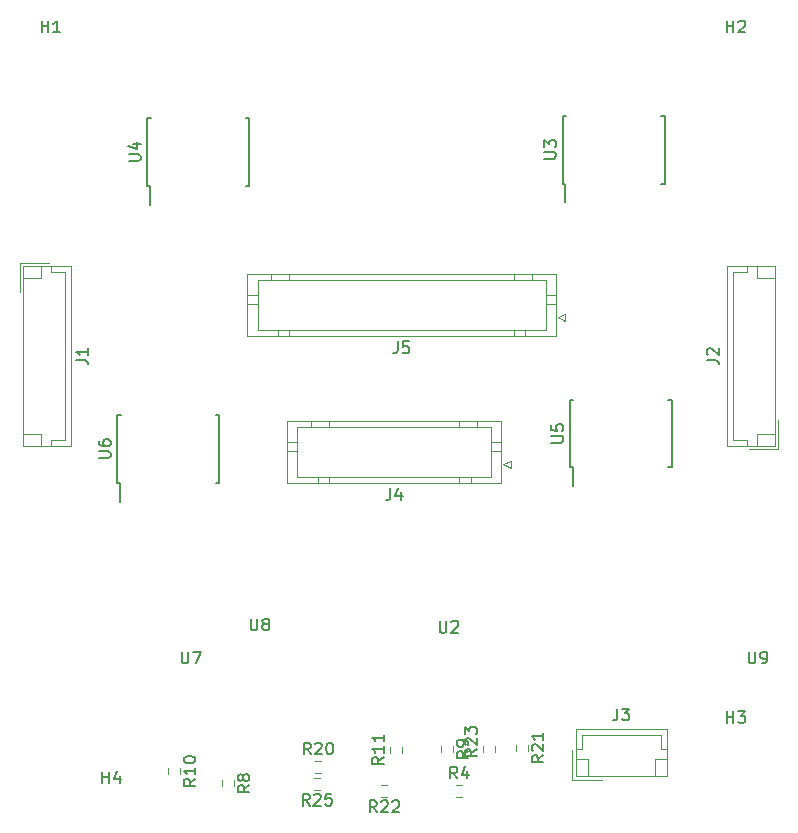
<source format=gbr>
%TF.GenerationSoftware,KiCad,Pcbnew,(7.0.0)*%
%TF.CreationDate,2024-02-29T14:00:03-03:00*%
%TF.ProjectId,pcb_peau_v1,7063625f-7065-4617-955f-76312e6b6963,rev?*%
%TF.SameCoordinates,Original*%
%TF.FileFunction,Legend,Top*%
%TF.FilePolarity,Positive*%
%FSLAX46Y46*%
G04 Gerber Fmt 4.6, Leading zero omitted, Abs format (unit mm)*
G04 Created by KiCad (PCBNEW (7.0.0)) date 2024-02-29 14:00:03*
%MOMM*%
%LPD*%
G01*
G04 APERTURE LIST*
%ADD10C,0.150000*%
%ADD11C,0.120000*%
G04 APERTURE END LIST*
D10*
%TO.C,J3*%
X226000666Y-106803380D02*
X226000666Y-107517666D01*
X226000666Y-107517666D02*
X225953047Y-107660523D01*
X225953047Y-107660523D02*
X225857809Y-107755761D01*
X225857809Y-107755761D02*
X225714952Y-107803380D01*
X225714952Y-107803380D02*
X225619714Y-107803380D01*
X226381619Y-106803380D02*
X227000666Y-106803380D01*
X227000666Y-106803380D02*
X226667333Y-107184333D01*
X226667333Y-107184333D02*
X226810190Y-107184333D01*
X226810190Y-107184333D02*
X226905428Y-107231952D01*
X226905428Y-107231952D02*
X226953047Y-107279571D01*
X226953047Y-107279571D02*
X227000666Y-107374809D01*
X227000666Y-107374809D02*
X227000666Y-107612904D01*
X227000666Y-107612904D02*
X226953047Y-107708142D01*
X226953047Y-107708142D02*
X226905428Y-107755761D01*
X226905428Y-107755761D02*
X226810190Y-107803380D01*
X226810190Y-107803380D02*
X226524476Y-107803380D01*
X226524476Y-107803380D02*
X226429238Y-107755761D01*
X226429238Y-107755761D02*
X226381619Y-107708142D01*
%TO.C,U5*%
X220412380Y-84283904D02*
X221221904Y-84283904D01*
X221221904Y-84283904D02*
X221317142Y-84236285D01*
X221317142Y-84236285D02*
X221364761Y-84188666D01*
X221364761Y-84188666D02*
X221412380Y-84093428D01*
X221412380Y-84093428D02*
X221412380Y-83902952D01*
X221412380Y-83902952D02*
X221364761Y-83807714D01*
X221364761Y-83807714D02*
X221317142Y-83760095D01*
X221317142Y-83760095D02*
X221221904Y-83712476D01*
X221221904Y-83712476D02*
X220412380Y-83712476D01*
X220412380Y-82760095D02*
X220412380Y-83236285D01*
X220412380Y-83236285D02*
X220888571Y-83283904D01*
X220888571Y-83283904D02*
X220840952Y-83236285D01*
X220840952Y-83236285D02*
X220793333Y-83141047D01*
X220793333Y-83141047D02*
X220793333Y-82902952D01*
X220793333Y-82902952D02*
X220840952Y-82807714D01*
X220840952Y-82807714D02*
X220888571Y-82760095D01*
X220888571Y-82760095D02*
X220983809Y-82712476D01*
X220983809Y-82712476D02*
X221221904Y-82712476D01*
X221221904Y-82712476D02*
X221317142Y-82760095D01*
X221317142Y-82760095D02*
X221364761Y-82807714D01*
X221364761Y-82807714D02*
X221412380Y-82902952D01*
X221412380Y-82902952D02*
X221412380Y-83141047D01*
X221412380Y-83141047D02*
X221364761Y-83236285D01*
X221364761Y-83236285D02*
X221317142Y-83283904D01*
%TO.C,U6*%
X182077380Y-85597904D02*
X182886904Y-85597904D01*
X182886904Y-85597904D02*
X182982142Y-85550285D01*
X182982142Y-85550285D02*
X183029761Y-85502666D01*
X183029761Y-85502666D02*
X183077380Y-85407428D01*
X183077380Y-85407428D02*
X183077380Y-85216952D01*
X183077380Y-85216952D02*
X183029761Y-85121714D01*
X183029761Y-85121714D02*
X182982142Y-85074095D01*
X182982142Y-85074095D02*
X182886904Y-85026476D01*
X182886904Y-85026476D02*
X182077380Y-85026476D01*
X182077380Y-84121714D02*
X182077380Y-84312190D01*
X182077380Y-84312190D02*
X182125000Y-84407428D01*
X182125000Y-84407428D02*
X182172619Y-84455047D01*
X182172619Y-84455047D02*
X182315476Y-84550285D01*
X182315476Y-84550285D02*
X182505952Y-84597904D01*
X182505952Y-84597904D02*
X182886904Y-84597904D01*
X182886904Y-84597904D02*
X182982142Y-84550285D01*
X182982142Y-84550285D02*
X183029761Y-84502666D01*
X183029761Y-84502666D02*
X183077380Y-84407428D01*
X183077380Y-84407428D02*
X183077380Y-84216952D01*
X183077380Y-84216952D02*
X183029761Y-84121714D01*
X183029761Y-84121714D02*
X182982142Y-84074095D01*
X182982142Y-84074095D02*
X182886904Y-84026476D01*
X182886904Y-84026476D02*
X182648809Y-84026476D01*
X182648809Y-84026476D02*
X182553571Y-84074095D01*
X182553571Y-84074095D02*
X182505952Y-84121714D01*
X182505952Y-84121714D02*
X182458333Y-84216952D01*
X182458333Y-84216952D02*
X182458333Y-84407428D01*
X182458333Y-84407428D02*
X182505952Y-84502666D01*
X182505952Y-84502666D02*
X182553571Y-84550285D01*
X182553571Y-84550285D02*
X182648809Y-84597904D01*
%TO.C,R10*%
X190265380Y-112760357D02*
X189789190Y-113093690D01*
X190265380Y-113331785D02*
X189265380Y-113331785D01*
X189265380Y-113331785D02*
X189265380Y-112950833D01*
X189265380Y-112950833D02*
X189313000Y-112855595D01*
X189313000Y-112855595D02*
X189360619Y-112807976D01*
X189360619Y-112807976D02*
X189455857Y-112760357D01*
X189455857Y-112760357D02*
X189598714Y-112760357D01*
X189598714Y-112760357D02*
X189693952Y-112807976D01*
X189693952Y-112807976D02*
X189741571Y-112855595D01*
X189741571Y-112855595D02*
X189789190Y-112950833D01*
X189789190Y-112950833D02*
X189789190Y-113331785D01*
X190265380Y-111807976D02*
X190265380Y-112379404D01*
X190265380Y-112093690D02*
X189265380Y-112093690D01*
X189265380Y-112093690D02*
X189408238Y-112188928D01*
X189408238Y-112188928D02*
X189503476Y-112284166D01*
X189503476Y-112284166D02*
X189551095Y-112379404D01*
X189265380Y-111188928D02*
X189265380Y-111093690D01*
X189265380Y-111093690D02*
X189313000Y-110998452D01*
X189313000Y-110998452D02*
X189360619Y-110950833D01*
X189360619Y-110950833D02*
X189455857Y-110903214D01*
X189455857Y-110903214D02*
X189646333Y-110855595D01*
X189646333Y-110855595D02*
X189884428Y-110855595D01*
X189884428Y-110855595D02*
X190074904Y-110903214D01*
X190074904Y-110903214D02*
X190170142Y-110950833D01*
X190170142Y-110950833D02*
X190217761Y-110998452D01*
X190217761Y-110998452D02*
X190265380Y-111093690D01*
X190265380Y-111093690D02*
X190265380Y-111188928D01*
X190265380Y-111188928D02*
X190217761Y-111284166D01*
X190217761Y-111284166D02*
X190170142Y-111331785D01*
X190170142Y-111331785D02*
X190074904Y-111379404D01*
X190074904Y-111379404D02*
X189884428Y-111427023D01*
X189884428Y-111427023D02*
X189646333Y-111427023D01*
X189646333Y-111427023D02*
X189455857Y-111379404D01*
X189455857Y-111379404D02*
X189360619Y-111331785D01*
X189360619Y-111331785D02*
X189313000Y-111284166D01*
X189313000Y-111284166D02*
X189265380Y-111188928D01*
%TO.C,U3*%
X219792380Y-60241904D02*
X220601904Y-60241904D01*
X220601904Y-60241904D02*
X220697142Y-60194285D01*
X220697142Y-60194285D02*
X220744761Y-60146666D01*
X220744761Y-60146666D02*
X220792380Y-60051428D01*
X220792380Y-60051428D02*
X220792380Y-59860952D01*
X220792380Y-59860952D02*
X220744761Y-59765714D01*
X220744761Y-59765714D02*
X220697142Y-59718095D01*
X220697142Y-59718095D02*
X220601904Y-59670476D01*
X220601904Y-59670476D02*
X219792380Y-59670476D01*
X219792380Y-59289523D02*
X219792380Y-58670476D01*
X219792380Y-58670476D02*
X220173333Y-59003809D01*
X220173333Y-59003809D02*
X220173333Y-58860952D01*
X220173333Y-58860952D02*
X220220952Y-58765714D01*
X220220952Y-58765714D02*
X220268571Y-58718095D01*
X220268571Y-58718095D02*
X220363809Y-58670476D01*
X220363809Y-58670476D02*
X220601904Y-58670476D01*
X220601904Y-58670476D02*
X220697142Y-58718095D01*
X220697142Y-58718095D02*
X220744761Y-58765714D01*
X220744761Y-58765714D02*
X220792380Y-58860952D01*
X220792380Y-58860952D02*
X220792380Y-59146666D01*
X220792380Y-59146666D02*
X220744761Y-59241904D01*
X220744761Y-59241904D02*
X220697142Y-59289523D01*
%TO.C,U7*%
X189103095Y-101983380D02*
X189103095Y-102792904D01*
X189103095Y-102792904D02*
X189150714Y-102888142D01*
X189150714Y-102888142D02*
X189198333Y-102935761D01*
X189198333Y-102935761D02*
X189293571Y-102983380D01*
X189293571Y-102983380D02*
X189484047Y-102983380D01*
X189484047Y-102983380D02*
X189579285Y-102935761D01*
X189579285Y-102935761D02*
X189626904Y-102888142D01*
X189626904Y-102888142D02*
X189674523Y-102792904D01*
X189674523Y-102792904D02*
X189674523Y-101983380D01*
X190055476Y-101983380D02*
X190722142Y-101983380D01*
X190722142Y-101983380D02*
X190293571Y-102983380D01*
%TO.C,U8*%
X194945095Y-99189380D02*
X194945095Y-99998904D01*
X194945095Y-99998904D02*
X194992714Y-100094142D01*
X194992714Y-100094142D02*
X195040333Y-100141761D01*
X195040333Y-100141761D02*
X195135571Y-100189380D01*
X195135571Y-100189380D02*
X195326047Y-100189380D01*
X195326047Y-100189380D02*
X195421285Y-100141761D01*
X195421285Y-100141761D02*
X195468904Y-100094142D01*
X195468904Y-100094142D02*
X195516523Y-99998904D01*
X195516523Y-99998904D02*
X195516523Y-99189380D01*
X196135571Y-99617952D02*
X196040333Y-99570333D01*
X196040333Y-99570333D02*
X195992714Y-99522714D01*
X195992714Y-99522714D02*
X195945095Y-99427476D01*
X195945095Y-99427476D02*
X195945095Y-99379857D01*
X195945095Y-99379857D02*
X195992714Y-99284619D01*
X195992714Y-99284619D02*
X196040333Y-99237000D01*
X196040333Y-99237000D02*
X196135571Y-99189380D01*
X196135571Y-99189380D02*
X196326047Y-99189380D01*
X196326047Y-99189380D02*
X196421285Y-99237000D01*
X196421285Y-99237000D02*
X196468904Y-99284619D01*
X196468904Y-99284619D02*
X196516523Y-99379857D01*
X196516523Y-99379857D02*
X196516523Y-99427476D01*
X196516523Y-99427476D02*
X196468904Y-99522714D01*
X196468904Y-99522714D02*
X196421285Y-99570333D01*
X196421285Y-99570333D02*
X196326047Y-99617952D01*
X196326047Y-99617952D02*
X196135571Y-99617952D01*
X196135571Y-99617952D02*
X196040333Y-99665571D01*
X196040333Y-99665571D02*
X195992714Y-99713190D01*
X195992714Y-99713190D02*
X195945095Y-99808428D01*
X195945095Y-99808428D02*
X195945095Y-99998904D01*
X195945095Y-99998904D02*
X195992714Y-100094142D01*
X195992714Y-100094142D02*
X196040333Y-100141761D01*
X196040333Y-100141761D02*
X196135571Y-100189380D01*
X196135571Y-100189380D02*
X196326047Y-100189380D01*
X196326047Y-100189380D02*
X196421285Y-100141761D01*
X196421285Y-100141761D02*
X196468904Y-100094142D01*
X196468904Y-100094142D02*
X196516523Y-99998904D01*
X196516523Y-99998904D02*
X196516523Y-99808428D01*
X196516523Y-99808428D02*
X196468904Y-99713190D01*
X196468904Y-99713190D02*
X196421285Y-99665571D01*
X196421285Y-99665571D02*
X196326047Y-99617952D01*
%TO.C,H1*%
X177238095Y-49567380D02*
X177238095Y-48567380D01*
X177238095Y-49043571D02*
X177809523Y-49043571D01*
X177809523Y-49567380D02*
X177809523Y-48567380D01*
X178809523Y-49567380D02*
X178238095Y-49567380D01*
X178523809Y-49567380D02*
X178523809Y-48567380D01*
X178523809Y-48567380D02*
X178428571Y-48710238D01*
X178428571Y-48710238D02*
X178333333Y-48805476D01*
X178333333Y-48805476D02*
X178238095Y-48853095D01*
%TO.C,H3*%
X235238095Y-108029880D02*
X235238095Y-107029880D01*
X235238095Y-107506071D02*
X235809523Y-107506071D01*
X235809523Y-108029880D02*
X235809523Y-107029880D01*
X236190476Y-107029880D02*
X236809523Y-107029880D01*
X236809523Y-107029880D02*
X236476190Y-107410833D01*
X236476190Y-107410833D02*
X236619047Y-107410833D01*
X236619047Y-107410833D02*
X236714285Y-107458452D01*
X236714285Y-107458452D02*
X236761904Y-107506071D01*
X236761904Y-107506071D02*
X236809523Y-107601309D01*
X236809523Y-107601309D02*
X236809523Y-107839404D01*
X236809523Y-107839404D02*
X236761904Y-107934642D01*
X236761904Y-107934642D02*
X236714285Y-107982261D01*
X236714285Y-107982261D02*
X236619047Y-108029880D01*
X236619047Y-108029880D02*
X236333333Y-108029880D01*
X236333333Y-108029880D02*
X236238095Y-107982261D01*
X236238095Y-107982261D02*
X236190476Y-107934642D01*
%TO.C,R22*%
X205605142Y-115589380D02*
X205271809Y-115113190D01*
X205033714Y-115589380D02*
X205033714Y-114589380D01*
X205033714Y-114589380D02*
X205414666Y-114589380D01*
X205414666Y-114589380D02*
X205509904Y-114637000D01*
X205509904Y-114637000D02*
X205557523Y-114684619D01*
X205557523Y-114684619D02*
X205605142Y-114779857D01*
X205605142Y-114779857D02*
X205605142Y-114922714D01*
X205605142Y-114922714D02*
X205557523Y-115017952D01*
X205557523Y-115017952D02*
X205509904Y-115065571D01*
X205509904Y-115065571D02*
X205414666Y-115113190D01*
X205414666Y-115113190D02*
X205033714Y-115113190D01*
X205986095Y-114684619D02*
X206033714Y-114637000D01*
X206033714Y-114637000D02*
X206128952Y-114589380D01*
X206128952Y-114589380D02*
X206367047Y-114589380D01*
X206367047Y-114589380D02*
X206462285Y-114637000D01*
X206462285Y-114637000D02*
X206509904Y-114684619D01*
X206509904Y-114684619D02*
X206557523Y-114779857D01*
X206557523Y-114779857D02*
X206557523Y-114875095D01*
X206557523Y-114875095D02*
X206509904Y-115017952D01*
X206509904Y-115017952D02*
X205938476Y-115589380D01*
X205938476Y-115589380D02*
X206557523Y-115589380D01*
X206938476Y-114684619D02*
X206986095Y-114637000D01*
X206986095Y-114637000D02*
X207081333Y-114589380D01*
X207081333Y-114589380D02*
X207319428Y-114589380D01*
X207319428Y-114589380D02*
X207414666Y-114637000D01*
X207414666Y-114637000D02*
X207462285Y-114684619D01*
X207462285Y-114684619D02*
X207509904Y-114779857D01*
X207509904Y-114779857D02*
X207509904Y-114875095D01*
X207509904Y-114875095D02*
X207462285Y-115017952D01*
X207462285Y-115017952D02*
X206890857Y-115589380D01*
X206890857Y-115589380D02*
X207509904Y-115589380D01*
%TO.C,U2*%
X210947095Y-99383380D02*
X210947095Y-100192904D01*
X210947095Y-100192904D02*
X210994714Y-100288142D01*
X210994714Y-100288142D02*
X211042333Y-100335761D01*
X211042333Y-100335761D02*
X211137571Y-100383380D01*
X211137571Y-100383380D02*
X211328047Y-100383380D01*
X211328047Y-100383380D02*
X211423285Y-100335761D01*
X211423285Y-100335761D02*
X211470904Y-100288142D01*
X211470904Y-100288142D02*
X211518523Y-100192904D01*
X211518523Y-100192904D02*
X211518523Y-99383380D01*
X211947095Y-99478619D02*
X211994714Y-99431000D01*
X211994714Y-99431000D02*
X212089952Y-99383380D01*
X212089952Y-99383380D02*
X212328047Y-99383380D01*
X212328047Y-99383380D02*
X212423285Y-99431000D01*
X212423285Y-99431000D02*
X212470904Y-99478619D01*
X212470904Y-99478619D02*
X212518523Y-99573857D01*
X212518523Y-99573857D02*
X212518523Y-99669095D01*
X212518523Y-99669095D02*
X212470904Y-99811952D01*
X212470904Y-99811952D02*
X211899476Y-100383380D01*
X211899476Y-100383380D02*
X212518523Y-100383380D01*
%TO.C,H4*%
X182372095Y-113143380D02*
X182372095Y-112143380D01*
X182372095Y-112619571D02*
X182943523Y-112619571D01*
X182943523Y-113143380D02*
X182943523Y-112143380D01*
X183848285Y-112476714D02*
X183848285Y-113143380D01*
X183610190Y-112095761D02*
X183372095Y-112810047D01*
X183372095Y-112810047D02*
X183991142Y-112810047D01*
%TO.C,R4*%
X212431333Y-112729380D02*
X212098000Y-112253190D01*
X211859905Y-112729380D02*
X211859905Y-111729380D01*
X211859905Y-111729380D02*
X212240857Y-111729380D01*
X212240857Y-111729380D02*
X212336095Y-111777000D01*
X212336095Y-111777000D02*
X212383714Y-111824619D01*
X212383714Y-111824619D02*
X212431333Y-111919857D01*
X212431333Y-111919857D02*
X212431333Y-112062714D01*
X212431333Y-112062714D02*
X212383714Y-112157952D01*
X212383714Y-112157952D02*
X212336095Y-112205571D01*
X212336095Y-112205571D02*
X212240857Y-112253190D01*
X212240857Y-112253190D02*
X211859905Y-112253190D01*
X213288476Y-112062714D02*
X213288476Y-112729380D01*
X213050381Y-111681761D02*
X212812286Y-112396047D01*
X212812286Y-112396047D02*
X213431333Y-112396047D01*
%TO.C,U9*%
X237109095Y-101983380D02*
X237109095Y-102792904D01*
X237109095Y-102792904D02*
X237156714Y-102888142D01*
X237156714Y-102888142D02*
X237204333Y-102935761D01*
X237204333Y-102935761D02*
X237299571Y-102983380D01*
X237299571Y-102983380D02*
X237490047Y-102983380D01*
X237490047Y-102983380D02*
X237585285Y-102935761D01*
X237585285Y-102935761D02*
X237632904Y-102888142D01*
X237632904Y-102888142D02*
X237680523Y-102792904D01*
X237680523Y-102792904D02*
X237680523Y-101983380D01*
X238204333Y-102983380D02*
X238394809Y-102983380D01*
X238394809Y-102983380D02*
X238490047Y-102935761D01*
X238490047Y-102935761D02*
X238537666Y-102888142D01*
X238537666Y-102888142D02*
X238632904Y-102745285D01*
X238632904Y-102745285D02*
X238680523Y-102554809D01*
X238680523Y-102554809D02*
X238680523Y-102173857D01*
X238680523Y-102173857D02*
X238632904Y-102078619D01*
X238632904Y-102078619D02*
X238585285Y-102031000D01*
X238585285Y-102031000D02*
X238490047Y-101983380D01*
X238490047Y-101983380D02*
X238299571Y-101983380D01*
X238299571Y-101983380D02*
X238204333Y-102031000D01*
X238204333Y-102031000D02*
X238156714Y-102078619D01*
X238156714Y-102078619D02*
X238109095Y-102173857D01*
X238109095Y-102173857D02*
X238109095Y-102411952D01*
X238109095Y-102411952D02*
X238156714Y-102507190D01*
X238156714Y-102507190D02*
X238204333Y-102554809D01*
X238204333Y-102554809D02*
X238299571Y-102602428D01*
X238299571Y-102602428D02*
X238490047Y-102602428D01*
X238490047Y-102602428D02*
X238585285Y-102554809D01*
X238585285Y-102554809D02*
X238632904Y-102507190D01*
X238632904Y-102507190D02*
X238680523Y-102411952D01*
%TO.C,H2*%
X235238095Y-49567380D02*
X235238095Y-48567380D01*
X235238095Y-49043571D02*
X235809523Y-49043571D01*
X235809523Y-49567380D02*
X235809523Y-48567380D01*
X236238095Y-48662619D02*
X236285714Y-48615000D01*
X236285714Y-48615000D02*
X236380952Y-48567380D01*
X236380952Y-48567380D02*
X236619047Y-48567380D01*
X236619047Y-48567380D02*
X236714285Y-48615000D01*
X236714285Y-48615000D02*
X236761904Y-48662619D01*
X236761904Y-48662619D02*
X236809523Y-48757857D01*
X236809523Y-48757857D02*
X236809523Y-48853095D01*
X236809523Y-48853095D02*
X236761904Y-48995952D01*
X236761904Y-48995952D02*
X236190476Y-49567380D01*
X236190476Y-49567380D02*
X236809523Y-49567380D01*
%TO.C,R9*%
X213379380Y-110402666D02*
X212903190Y-110735999D01*
X213379380Y-110974094D02*
X212379380Y-110974094D01*
X212379380Y-110974094D02*
X212379380Y-110593142D01*
X212379380Y-110593142D02*
X212427000Y-110497904D01*
X212427000Y-110497904D02*
X212474619Y-110450285D01*
X212474619Y-110450285D02*
X212569857Y-110402666D01*
X212569857Y-110402666D02*
X212712714Y-110402666D01*
X212712714Y-110402666D02*
X212807952Y-110450285D01*
X212807952Y-110450285D02*
X212855571Y-110497904D01*
X212855571Y-110497904D02*
X212903190Y-110593142D01*
X212903190Y-110593142D02*
X212903190Y-110974094D01*
X213379380Y-109926475D02*
X213379380Y-109735999D01*
X213379380Y-109735999D02*
X213331761Y-109640761D01*
X213331761Y-109640761D02*
X213284142Y-109593142D01*
X213284142Y-109593142D02*
X213141285Y-109497904D01*
X213141285Y-109497904D02*
X212950809Y-109450285D01*
X212950809Y-109450285D02*
X212569857Y-109450285D01*
X212569857Y-109450285D02*
X212474619Y-109497904D01*
X212474619Y-109497904D02*
X212427000Y-109545523D01*
X212427000Y-109545523D02*
X212379380Y-109640761D01*
X212379380Y-109640761D02*
X212379380Y-109831237D01*
X212379380Y-109831237D02*
X212427000Y-109926475D01*
X212427000Y-109926475D02*
X212474619Y-109974094D01*
X212474619Y-109974094D02*
X212569857Y-110021713D01*
X212569857Y-110021713D02*
X212807952Y-110021713D01*
X212807952Y-110021713D02*
X212903190Y-109974094D01*
X212903190Y-109974094D02*
X212950809Y-109926475D01*
X212950809Y-109926475D02*
X212998428Y-109831237D01*
X212998428Y-109831237D02*
X212998428Y-109640761D01*
X212998428Y-109640761D02*
X212950809Y-109545523D01*
X212950809Y-109545523D02*
X212903190Y-109497904D01*
X212903190Y-109497904D02*
X212807952Y-109450285D01*
%TO.C,R8*%
X194837380Y-113300166D02*
X194361190Y-113633499D01*
X194837380Y-113871594D02*
X193837380Y-113871594D01*
X193837380Y-113871594D02*
X193837380Y-113490642D01*
X193837380Y-113490642D02*
X193885000Y-113395404D01*
X193885000Y-113395404D02*
X193932619Y-113347785D01*
X193932619Y-113347785D02*
X194027857Y-113300166D01*
X194027857Y-113300166D02*
X194170714Y-113300166D01*
X194170714Y-113300166D02*
X194265952Y-113347785D01*
X194265952Y-113347785D02*
X194313571Y-113395404D01*
X194313571Y-113395404D02*
X194361190Y-113490642D01*
X194361190Y-113490642D02*
X194361190Y-113871594D01*
X194265952Y-112728737D02*
X194218333Y-112823975D01*
X194218333Y-112823975D02*
X194170714Y-112871594D01*
X194170714Y-112871594D02*
X194075476Y-112919213D01*
X194075476Y-112919213D02*
X194027857Y-112919213D01*
X194027857Y-112919213D02*
X193932619Y-112871594D01*
X193932619Y-112871594D02*
X193885000Y-112823975D01*
X193885000Y-112823975D02*
X193837380Y-112728737D01*
X193837380Y-112728737D02*
X193837380Y-112538261D01*
X193837380Y-112538261D02*
X193885000Y-112443023D01*
X193885000Y-112443023D02*
X193932619Y-112395404D01*
X193932619Y-112395404D02*
X194027857Y-112347785D01*
X194027857Y-112347785D02*
X194075476Y-112347785D01*
X194075476Y-112347785D02*
X194170714Y-112395404D01*
X194170714Y-112395404D02*
X194218333Y-112443023D01*
X194218333Y-112443023D02*
X194265952Y-112538261D01*
X194265952Y-112538261D02*
X194265952Y-112728737D01*
X194265952Y-112728737D02*
X194313571Y-112823975D01*
X194313571Y-112823975D02*
X194361190Y-112871594D01*
X194361190Y-112871594D02*
X194456428Y-112919213D01*
X194456428Y-112919213D02*
X194646904Y-112919213D01*
X194646904Y-112919213D02*
X194742142Y-112871594D01*
X194742142Y-112871594D02*
X194789761Y-112823975D01*
X194789761Y-112823975D02*
X194837380Y-112728737D01*
X194837380Y-112728737D02*
X194837380Y-112538261D01*
X194837380Y-112538261D02*
X194789761Y-112443023D01*
X194789761Y-112443023D02*
X194742142Y-112395404D01*
X194742142Y-112395404D02*
X194646904Y-112347785D01*
X194646904Y-112347785D02*
X194456428Y-112347785D01*
X194456428Y-112347785D02*
X194361190Y-112395404D01*
X194361190Y-112395404D02*
X194313571Y-112443023D01*
X194313571Y-112443023D02*
X194265952Y-112538261D01*
%TO.C,R21*%
X219729380Y-110775357D02*
X219253190Y-111108690D01*
X219729380Y-111346785D02*
X218729380Y-111346785D01*
X218729380Y-111346785D02*
X218729380Y-110965833D01*
X218729380Y-110965833D02*
X218777000Y-110870595D01*
X218777000Y-110870595D02*
X218824619Y-110822976D01*
X218824619Y-110822976D02*
X218919857Y-110775357D01*
X218919857Y-110775357D02*
X219062714Y-110775357D01*
X219062714Y-110775357D02*
X219157952Y-110822976D01*
X219157952Y-110822976D02*
X219205571Y-110870595D01*
X219205571Y-110870595D02*
X219253190Y-110965833D01*
X219253190Y-110965833D02*
X219253190Y-111346785D01*
X218824619Y-110394404D02*
X218777000Y-110346785D01*
X218777000Y-110346785D02*
X218729380Y-110251547D01*
X218729380Y-110251547D02*
X218729380Y-110013452D01*
X218729380Y-110013452D02*
X218777000Y-109918214D01*
X218777000Y-109918214D02*
X218824619Y-109870595D01*
X218824619Y-109870595D02*
X218919857Y-109822976D01*
X218919857Y-109822976D02*
X219015095Y-109822976D01*
X219015095Y-109822976D02*
X219157952Y-109870595D01*
X219157952Y-109870595D02*
X219729380Y-110442023D01*
X219729380Y-110442023D02*
X219729380Y-109822976D01*
X219729380Y-108870595D02*
X219729380Y-109442023D01*
X219729380Y-109156309D02*
X218729380Y-109156309D01*
X218729380Y-109156309D02*
X218872238Y-109251547D01*
X218872238Y-109251547D02*
X218967476Y-109346785D01*
X218967476Y-109346785D02*
X219015095Y-109442023D01*
%TO.C,J2*%
X233567380Y-77295833D02*
X234281666Y-77295833D01*
X234281666Y-77295833D02*
X234424523Y-77343452D01*
X234424523Y-77343452D02*
X234519761Y-77438690D01*
X234519761Y-77438690D02*
X234567380Y-77581547D01*
X234567380Y-77581547D02*
X234567380Y-77676785D01*
X233662619Y-76867261D02*
X233615000Y-76819642D01*
X233615000Y-76819642D02*
X233567380Y-76724404D01*
X233567380Y-76724404D02*
X233567380Y-76486309D01*
X233567380Y-76486309D02*
X233615000Y-76391071D01*
X233615000Y-76391071D02*
X233662619Y-76343452D01*
X233662619Y-76343452D02*
X233757857Y-76295833D01*
X233757857Y-76295833D02*
X233853095Y-76295833D01*
X233853095Y-76295833D02*
X233995952Y-76343452D01*
X233995952Y-76343452D02*
X234567380Y-76914880D01*
X234567380Y-76914880D02*
X234567380Y-76295833D01*
%TO.C,J4*%
X206756666Y-88173380D02*
X206756666Y-88887666D01*
X206756666Y-88887666D02*
X206709047Y-89030523D01*
X206709047Y-89030523D02*
X206613809Y-89125761D01*
X206613809Y-89125761D02*
X206470952Y-89173380D01*
X206470952Y-89173380D02*
X206375714Y-89173380D01*
X207661428Y-88506714D02*
X207661428Y-89173380D01*
X207423333Y-88125761D02*
X207185238Y-88840047D01*
X207185238Y-88840047D02*
X207804285Y-88840047D01*
%TO.C,J1*%
X180167380Y-77295833D02*
X180881666Y-77295833D01*
X180881666Y-77295833D02*
X181024523Y-77343452D01*
X181024523Y-77343452D02*
X181119761Y-77438690D01*
X181119761Y-77438690D02*
X181167380Y-77581547D01*
X181167380Y-77581547D02*
X181167380Y-77676785D01*
X181167380Y-76295833D02*
X181167380Y-76867261D01*
X181167380Y-76581547D02*
X180167380Y-76581547D01*
X180167380Y-76581547D02*
X180310238Y-76676785D01*
X180310238Y-76676785D02*
X180405476Y-76772023D01*
X180405476Y-76772023D02*
X180453095Y-76867261D01*
%TO.C,R23*%
X214075380Y-110267357D02*
X213599190Y-110600690D01*
X214075380Y-110838785D02*
X213075380Y-110838785D01*
X213075380Y-110838785D02*
X213075380Y-110457833D01*
X213075380Y-110457833D02*
X213123000Y-110362595D01*
X213123000Y-110362595D02*
X213170619Y-110314976D01*
X213170619Y-110314976D02*
X213265857Y-110267357D01*
X213265857Y-110267357D02*
X213408714Y-110267357D01*
X213408714Y-110267357D02*
X213503952Y-110314976D01*
X213503952Y-110314976D02*
X213551571Y-110362595D01*
X213551571Y-110362595D02*
X213599190Y-110457833D01*
X213599190Y-110457833D02*
X213599190Y-110838785D01*
X213170619Y-109886404D02*
X213123000Y-109838785D01*
X213123000Y-109838785D02*
X213075380Y-109743547D01*
X213075380Y-109743547D02*
X213075380Y-109505452D01*
X213075380Y-109505452D02*
X213123000Y-109410214D01*
X213123000Y-109410214D02*
X213170619Y-109362595D01*
X213170619Y-109362595D02*
X213265857Y-109314976D01*
X213265857Y-109314976D02*
X213361095Y-109314976D01*
X213361095Y-109314976D02*
X213503952Y-109362595D01*
X213503952Y-109362595D02*
X214075380Y-109934023D01*
X214075380Y-109934023D02*
X214075380Y-109314976D01*
X213075380Y-108981642D02*
X213075380Y-108362595D01*
X213075380Y-108362595D02*
X213456333Y-108695928D01*
X213456333Y-108695928D02*
X213456333Y-108553071D01*
X213456333Y-108553071D02*
X213503952Y-108457833D01*
X213503952Y-108457833D02*
X213551571Y-108410214D01*
X213551571Y-108410214D02*
X213646809Y-108362595D01*
X213646809Y-108362595D02*
X213884904Y-108362595D01*
X213884904Y-108362595D02*
X213980142Y-108410214D01*
X213980142Y-108410214D02*
X214027761Y-108457833D01*
X214027761Y-108457833D02*
X214075380Y-108553071D01*
X214075380Y-108553071D02*
X214075380Y-108838785D01*
X214075380Y-108838785D02*
X214027761Y-108934023D01*
X214027761Y-108934023D02*
X213980142Y-108981642D01*
%TO.C,U4*%
X184617380Y-60451904D02*
X185426904Y-60451904D01*
X185426904Y-60451904D02*
X185522142Y-60404285D01*
X185522142Y-60404285D02*
X185569761Y-60356666D01*
X185569761Y-60356666D02*
X185617380Y-60261428D01*
X185617380Y-60261428D02*
X185617380Y-60070952D01*
X185617380Y-60070952D02*
X185569761Y-59975714D01*
X185569761Y-59975714D02*
X185522142Y-59928095D01*
X185522142Y-59928095D02*
X185426904Y-59880476D01*
X185426904Y-59880476D02*
X184617380Y-59880476D01*
X184950714Y-58975714D02*
X185617380Y-58975714D01*
X184569761Y-59213809D02*
X185284047Y-59451904D01*
X185284047Y-59451904D02*
X185284047Y-58832857D01*
%TO.C,R11*%
X206201380Y-110925857D02*
X205725190Y-111259190D01*
X206201380Y-111497285D02*
X205201380Y-111497285D01*
X205201380Y-111497285D02*
X205201380Y-111116333D01*
X205201380Y-111116333D02*
X205249000Y-111021095D01*
X205249000Y-111021095D02*
X205296619Y-110973476D01*
X205296619Y-110973476D02*
X205391857Y-110925857D01*
X205391857Y-110925857D02*
X205534714Y-110925857D01*
X205534714Y-110925857D02*
X205629952Y-110973476D01*
X205629952Y-110973476D02*
X205677571Y-111021095D01*
X205677571Y-111021095D02*
X205725190Y-111116333D01*
X205725190Y-111116333D02*
X205725190Y-111497285D01*
X206201380Y-109973476D02*
X206201380Y-110544904D01*
X206201380Y-110259190D02*
X205201380Y-110259190D01*
X205201380Y-110259190D02*
X205344238Y-110354428D01*
X205344238Y-110354428D02*
X205439476Y-110449666D01*
X205439476Y-110449666D02*
X205487095Y-110544904D01*
X206201380Y-109021095D02*
X206201380Y-109592523D01*
X206201380Y-109306809D02*
X205201380Y-109306809D01*
X205201380Y-109306809D02*
X205344238Y-109402047D01*
X205344238Y-109402047D02*
X205439476Y-109497285D01*
X205439476Y-109497285D02*
X205487095Y-109592523D01*
%TO.C,J5*%
X207390666Y-75727380D02*
X207390666Y-76441666D01*
X207390666Y-76441666D02*
X207343047Y-76584523D01*
X207343047Y-76584523D02*
X207247809Y-76679761D01*
X207247809Y-76679761D02*
X207104952Y-76727380D01*
X207104952Y-76727380D02*
X207009714Y-76727380D01*
X208343047Y-75727380D02*
X207866857Y-75727380D01*
X207866857Y-75727380D02*
X207819238Y-76203571D01*
X207819238Y-76203571D02*
X207866857Y-76155952D01*
X207866857Y-76155952D02*
X207962095Y-76108333D01*
X207962095Y-76108333D02*
X208200190Y-76108333D01*
X208200190Y-76108333D02*
X208295428Y-76155952D01*
X208295428Y-76155952D02*
X208343047Y-76203571D01*
X208343047Y-76203571D02*
X208390666Y-76298809D01*
X208390666Y-76298809D02*
X208390666Y-76536904D01*
X208390666Y-76536904D02*
X208343047Y-76632142D01*
X208343047Y-76632142D02*
X208295428Y-76679761D01*
X208295428Y-76679761D02*
X208200190Y-76727380D01*
X208200190Y-76727380D02*
X207962095Y-76727380D01*
X207962095Y-76727380D02*
X207866857Y-76679761D01*
X207866857Y-76679761D02*
X207819238Y-76632142D01*
%TO.C,R20*%
X200017142Y-110697380D02*
X199683809Y-110221190D01*
X199445714Y-110697380D02*
X199445714Y-109697380D01*
X199445714Y-109697380D02*
X199826666Y-109697380D01*
X199826666Y-109697380D02*
X199921904Y-109745000D01*
X199921904Y-109745000D02*
X199969523Y-109792619D01*
X199969523Y-109792619D02*
X200017142Y-109887857D01*
X200017142Y-109887857D02*
X200017142Y-110030714D01*
X200017142Y-110030714D02*
X199969523Y-110125952D01*
X199969523Y-110125952D02*
X199921904Y-110173571D01*
X199921904Y-110173571D02*
X199826666Y-110221190D01*
X199826666Y-110221190D02*
X199445714Y-110221190D01*
X200398095Y-109792619D02*
X200445714Y-109745000D01*
X200445714Y-109745000D02*
X200540952Y-109697380D01*
X200540952Y-109697380D02*
X200779047Y-109697380D01*
X200779047Y-109697380D02*
X200874285Y-109745000D01*
X200874285Y-109745000D02*
X200921904Y-109792619D01*
X200921904Y-109792619D02*
X200969523Y-109887857D01*
X200969523Y-109887857D02*
X200969523Y-109983095D01*
X200969523Y-109983095D02*
X200921904Y-110125952D01*
X200921904Y-110125952D02*
X200350476Y-110697380D01*
X200350476Y-110697380D02*
X200969523Y-110697380D01*
X201588571Y-109697380D02*
X201683809Y-109697380D01*
X201683809Y-109697380D02*
X201779047Y-109745000D01*
X201779047Y-109745000D02*
X201826666Y-109792619D01*
X201826666Y-109792619D02*
X201874285Y-109887857D01*
X201874285Y-109887857D02*
X201921904Y-110078333D01*
X201921904Y-110078333D02*
X201921904Y-110316428D01*
X201921904Y-110316428D02*
X201874285Y-110506904D01*
X201874285Y-110506904D02*
X201826666Y-110602142D01*
X201826666Y-110602142D02*
X201779047Y-110649761D01*
X201779047Y-110649761D02*
X201683809Y-110697380D01*
X201683809Y-110697380D02*
X201588571Y-110697380D01*
X201588571Y-110697380D02*
X201493333Y-110649761D01*
X201493333Y-110649761D02*
X201445714Y-110602142D01*
X201445714Y-110602142D02*
X201398095Y-110506904D01*
X201398095Y-110506904D02*
X201350476Y-110316428D01*
X201350476Y-110316428D02*
X201350476Y-110078333D01*
X201350476Y-110078333D02*
X201398095Y-109887857D01*
X201398095Y-109887857D02*
X201445714Y-109792619D01*
X201445714Y-109792619D02*
X201493333Y-109745000D01*
X201493333Y-109745000D02*
X201588571Y-109697380D01*
%TO.C,R25*%
X199929642Y-115019880D02*
X199596309Y-114543690D01*
X199358214Y-115019880D02*
X199358214Y-114019880D01*
X199358214Y-114019880D02*
X199739166Y-114019880D01*
X199739166Y-114019880D02*
X199834404Y-114067500D01*
X199834404Y-114067500D02*
X199882023Y-114115119D01*
X199882023Y-114115119D02*
X199929642Y-114210357D01*
X199929642Y-114210357D02*
X199929642Y-114353214D01*
X199929642Y-114353214D02*
X199882023Y-114448452D01*
X199882023Y-114448452D02*
X199834404Y-114496071D01*
X199834404Y-114496071D02*
X199739166Y-114543690D01*
X199739166Y-114543690D02*
X199358214Y-114543690D01*
X200310595Y-114115119D02*
X200358214Y-114067500D01*
X200358214Y-114067500D02*
X200453452Y-114019880D01*
X200453452Y-114019880D02*
X200691547Y-114019880D01*
X200691547Y-114019880D02*
X200786785Y-114067500D01*
X200786785Y-114067500D02*
X200834404Y-114115119D01*
X200834404Y-114115119D02*
X200882023Y-114210357D01*
X200882023Y-114210357D02*
X200882023Y-114305595D01*
X200882023Y-114305595D02*
X200834404Y-114448452D01*
X200834404Y-114448452D02*
X200262976Y-115019880D01*
X200262976Y-115019880D02*
X200882023Y-115019880D01*
X201786785Y-114019880D02*
X201310595Y-114019880D01*
X201310595Y-114019880D02*
X201262976Y-114496071D01*
X201262976Y-114496071D02*
X201310595Y-114448452D01*
X201310595Y-114448452D02*
X201405833Y-114400833D01*
X201405833Y-114400833D02*
X201643928Y-114400833D01*
X201643928Y-114400833D02*
X201739166Y-114448452D01*
X201739166Y-114448452D02*
X201786785Y-114496071D01*
X201786785Y-114496071D02*
X201834404Y-114591309D01*
X201834404Y-114591309D02*
X201834404Y-114829404D01*
X201834404Y-114829404D02*
X201786785Y-114924642D01*
X201786785Y-114924642D02*
X201739166Y-114972261D01*
X201739166Y-114972261D02*
X201643928Y-115019880D01*
X201643928Y-115019880D02*
X201405833Y-115019880D01*
X201405833Y-115019880D02*
X201310595Y-114972261D01*
X201310595Y-114972261D02*
X201262976Y-114924642D01*
D11*
%TO.C,J3*%
X222974000Y-110236000D02*
X222974000Y-109026000D01*
X230194000Y-108526000D02*
X222474000Y-108526000D01*
X222974000Y-109026000D02*
X229694000Y-109026000D01*
X222474000Y-111046000D02*
X223474000Y-111046000D01*
X223474000Y-111046000D02*
X223474000Y-112546000D01*
X229694000Y-109026000D02*
X229694000Y-110236000D01*
X229694000Y-110236000D02*
X230194000Y-110236000D01*
X222474000Y-108526000D02*
X222474000Y-112546000D01*
X222174000Y-112846000D02*
X224674000Y-112846000D01*
X222474000Y-110236000D02*
X222974000Y-110236000D01*
X230194000Y-112546000D02*
X230194000Y-108526000D01*
X222174000Y-110346000D02*
X222174000Y-112846000D01*
X222474000Y-112546000D02*
X230194000Y-112546000D01*
X229194000Y-111046000D02*
X229194000Y-112546000D01*
X230194000Y-111046000D02*
X229194000Y-111046000D01*
D10*
%TO.C,U5*%
X221970000Y-86397000D02*
X222195000Y-86397000D01*
X221970000Y-86397000D02*
X221970000Y-80647000D01*
X222195000Y-86397000D02*
X222195000Y-87997000D01*
X230620000Y-86397000D02*
X230320000Y-86397000D01*
X230620000Y-86397000D02*
X230620000Y-80647000D01*
X221970000Y-80647000D02*
X222270000Y-80647000D01*
X230620000Y-80647000D02*
X230320000Y-80647000D01*
%TO.C,U6*%
X183635000Y-87711000D02*
X183860000Y-87711000D01*
X183635000Y-87711000D02*
X183635000Y-81961000D01*
X183860000Y-87711000D02*
X183860000Y-89311000D01*
X192285000Y-87711000D02*
X191985000Y-87711000D01*
X192285000Y-87711000D02*
X192285000Y-81961000D01*
X183635000Y-81961000D02*
X183935000Y-81961000D01*
X192285000Y-81961000D02*
X191985000Y-81961000D01*
D11*
%TO.C,R10*%
X187945500Y-111862776D02*
X187945500Y-112372224D01*
X188990500Y-111862776D02*
X188990500Y-112372224D01*
D10*
%TO.C,U3*%
X230000000Y-56605000D02*
X229700000Y-56605000D01*
X221350000Y-56605000D02*
X221650000Y-56605000D01*
X230000000Y-62355000D02*
X230000000Y-56605000D01*
X230000000Y-62355000D02*
X229700000Y-62355000D01*
X221575000Y-62355000D02*
X221575000Y-63955000D01*
X221350000Y-62355000D02*
X221350000Y-56605000D01*
X221350000Y-62355000D02*
X221575000Y-62355000D01*
D11*
%TO.C,R22*%
X206502724Y-114314500D02*
X205993276Y-114314500D01*
X206502724Y-113269500D02*
X205993276Y-113269500D01*
%TO.C,R4*%
X212343276Y-113269500D02*
X212852724Y-113269500D01*
X212343276Y-114314500D02*
X212852724Y-114314500D01*
%TO.C,R9*%
X212104500Y-109981276D02*
X212104500Y-110490724D01*
X211059500Y-109981276D02*
X211059500Y-110490724D01*
%TO.C,R8*%
X193562500Y-112878776D02*
X193562500Y-113388224D01*
X192517500Y-112878776D02*
X192517500Y-113388224D01*
%TO.C,R21*%
X218454500Y-109877776D02*
X218454500Y-110387224D01*
X217409500Y-109877776D02*
X217409500Y-110387224D01*
%TO.C,J2*%
X237110000Y-84872500D02*
X239610000Y-84872500D01*
X239610000Y-84872500D02*
X239610000Y-82372500D01*
X235290000Y-84572500D02*
X239310000Y-84572500D01*
X237000000Y-84572500D02*
X237000000Y-84072500D01*
X237810000Y-84572500D02*
X237810000Y-83572500D01*
X239310000Y-84572500D02*
X239310000Y-69352500D01*
X235790000Y-84072500D02*
X235790000Y-69852500D01*
X237000000Y-84072500D02*
X235790000Y-84072500D01*
X237810000Y-83572500D02*
X239310000Y-83572500D01*
X237810000Y-70352500D02*
X239310000Y-70352500D01*
X235790000Y-69852500D02*
X237000000Y-69852500D01*
X237000000Y-69852500D02*
X237000000Y-69352500D01*
X235290000Y-69352500D02*
X235290000Y-84572500D01*
X237810000Y-69352500D02*
X237810000Y-70352500D01*
X239310000Y-69352500D02*
X235290000Y-69352500D01*
%TO.C,J4*%
X216950000Y-86406000D02*
X216350000Y-86106000D01*
X216950000Y-85806000D02*
X216950000Y-86406000D01*
X216350000Y-86106000D02*
X216950000Y-85806000D01*
X216150000Y-87716000D02*
X216150000Y-82496000D01*
X216150000Y-85006000D02*
X215290000Y-85006000D01*
X216150000Y-84206000D02*
X215290000Y-84206000D01*
X216150000Y-82496000D02*
X198030000Y-82496000D01*
X215290000Y-87206000D02*
X215290000Y-83006000D01*
X215290000Y-83006000D02*
X198890000Y-83006000D01*
X214120000Y-82496000D02*
X214120000Y-83006000D01*
X213560000Y-87716000D02*
X213560000Y-87206000D01*
X212620000Y-87716000D02*
X212620000Y-87206000D01*
X212620000Y-82496000D02*
X212620000Y-83006000D01*
X201560000Y-87716000D02*
X201560000Y-87206000D01*
X201560000Y-82496000D02*
X201560000Y-83006000D01*
X200620000Y-87716000D02*
X200620000Y-87206000D01*
X200060000Y-82496000D02*
X200060000Y-83006000D01*
X198890000Y-87206000D02*
X215290000Y-87206000D01*
X198890000Y-83006000D02*
X198890000Y-87206000D01*
X198030000Y-87716000D02*
X216150000Y-87716000D01*
X198030000Y-85006000D02*
X198890000Y-85006000D01*
X198030000Y-84206000D02*
X198890000Y-84206000D01*
X198030000Y-82496000D02*
X198030000Y-87716000D01*
%TO.C,J1*%
X177890000Y-69052500D02*
X175390000Y-69052500D01*
X175390000Y-69052500D02*
X175390000Y-71552500D01*
X179710000Y-69352500D02*
X175690000Y-69352500D01*
X178000000Y-69352500D02*
X178000000Y-69852500D01*
X177190000Y-69352500D02*
X177190000Y-70352500D01*
X175690000Y-69352500D02*
X175690000Y-84572500D01*
X179210000Y-69852500D02*
X179210000Y-84072500D01*
X178000000Y-69852500D02*
X179210000Y-69852500D01*
X177190000Y-70352500D02*
X175690000Y-70352500D01*
X177190000Y-83572500D02*
X175690000Y-83572500D01*
X179210000Y-84072500D02*
X178000000Y-84072500D01*
X178000000Y-84072500D02*
X178000000Y-84572500D01*
X179710000Y-84572500D02*
X179710000Y-69352500D01*
X177190000Y-84572500D02*
X177190000Y-83572500D01*
X175690000Y-84572500D02*
X179710000Y-84572500D01*
%TO.C,R23*%
X214615500Y-110490724D02*
X214615500Y-109981276D01*
X215660500Y-110490724D02*
X215660500Y-109981276D01*
D10*
%TO.C,U4*%
X194825000Y-56815000D02*
X194525000Y-56815000D01*
X186175000Y-56815000D02*
X186475000Y-56815000D01*
X194825000Y-62565000D02*
X194825000Y-56815000D01*
X194825000Y-62565000D02*
X194525000Y-62565000D01*
X186400000Y-62565000D02*
X186400000Y-64165000D01*
X186175000Y-62565000D02*
X186175000Y-56815000D01*
X186175000Y-62565000D02*
X186400000Y-62565000D01*
D11*
%TO.C,R11*%
X206741500Y-110537724D02*
X206741500Y-110028276D01*
X207786500Y-110537724D02*
X207786500Y-110028276D01*
%TO.C,J5*%
X194664000Y-70050000D02*
X194664000Y-75270000D01*
X194664000Y-71760000D02*
X195524000Y-71760000D01*
X194664000Y-72560000D02*
X195524000Y-72560000D01*
X194664000Y-75270000D02*
X220784000Y-75270000D01*
X195524000Y-70560000D02*
X195524000Y-74760000D01*
X195524000Y-74760000D02*
X219924000Y-74760000D01*
X196694000Y-70050000D02*
X196694000Y-70560000D01*
X197254000Y-75270000D02*
X197254000Y-74760000D01*
X198194000Y-70050000D02*
X198194000Y-70560000D01*
X198194000Y-75270000D02*
X198194000Y-74760000D01*
X217254000Y-70050000D02*
X217254000Y-70560000D01*
X217254000Y-75270000D02*
X217254000Y-74760000D01*
X218194000Y-75270000D02*
X218194000Y-74760000D01*
X218754000Y-70050000D02*
X218754000Y-70560000D01*
X219924000Y-70560000D02*
X195524000Y-70560000D01*
X219924000Y-74760000D02*
X219924000Y-70560000D01*
X220784000Y-70050000D02*
X194664000Y-70050000D01*
X220784000Y-71760000D02*
X219924000Y-71760000D01*
X220784000Y-72560000D02*
X219924000Y-72560000D01*
X220784000Y-75270000D02*
X220784000Y-70050000D01*
X220984000Y-73660000D02*
X221584000Y-73360000D01*
X221584000Y-73360000D02*
X221584000Y-73960000D01*
X221584000Y-73960000D02*
X220984000Y-73660000D01*
%TO.C,R20*%
X200405276Y-111237500D02*
X200914724Y-111237500D01*
X200405276Y-112282500D02*
X200914724Y-112282500D01*
%TO.C,R25*%
X200827224Y-113745000D02*
X200317776Y-113745000D01*
X200827224Y-112700000D02*
X200317776Y-112700000D01*
%TD*%
M02*

</source>
